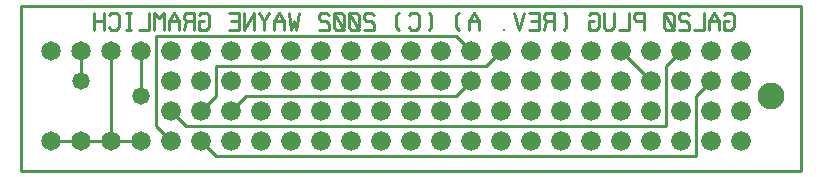
<source format=gbl>
%MOIN*%
%FSLAX25Y25*%
G04 D10 used for Character Trace; *
G04     Circle (OD=.01000) (No hole)*
G04 D11 used for Power Trace; *
G04     Circle (OD=.06700) (No hole)*
G04 D12 used for Signal Trace; *
G04     Circle (OD=.01100) (No hole)*
G04 D13 used for Via; *
G04     Circle (OD=.05800) (Round. Hole ID=.02800)*
G04 D14 used for Component hole; *
G04     Circle (OD=.06500) (Round. Hole ID=.03500)*
G04 D15 used for Component hole; *
G04     Circle (OD=.06600) (Round. Hole ID=.04200)*
G04 D16 used for Component hole; *
G04     Circle (OD=.08200) (Round. Hole ID=.05200)*
G04 D17 used for Component hole; *
G04     Circle (OD=.08950) (Round. Hole ID=.05950)*
G04 D18 used for Component hole; *
G04     Circle (OD=.11600) (Round. Hole ID=.08600)*
G04 D19 used for Component hole; *
G04     Circle (OD=.15500) (Round. Hole ID=.12500)*
G04 D20 used for Component hole; *
G04     Circle (OD=.18200) (Round. Hole ID=.15200)*
G04 D21 used for Component hole; *
G04     Circle (OD=.24300) (Round. Hole ID=.21300)*
%ADD10C,.01000*%
%ADD11C,.06700*%
%ADD12C,.01100*%
%ADD13C,.05800*%
%ADD14C,.06500*%
%ADD15C,.06600*%
%ADD16C,.08200*%
%ADD17C,.08950*%
%ADD18C,.11600*%
%ADD19C,.15500*%
%ADD20C,.18200*%
%ADD21C,.24300*%
%IPPOS*%
%LPD*%
G90*X0Y0D02*D14*X10000Y10000D03*D12*X20000D01*D14*
D03*D12*X30000D01*D14*D03*D12*X40000D01*D14*D03*  
D12*X50000D02*X45000Y15000D01*D15*X50000Y10000D03*
D12*X55000Y15000D02*X215000D01*Y35000D01*         
X220000Y40000D01*D15*D03*X230000Y30000D03*D12*    
X225000Y25000D01*Y5000D01*X65000D01*              
X60000Y10000D01*D15*D03*D12*X55000Y15000D02*      
X50000Y20000D01*D15*D03*D12*X45000Y15000D02*      
Y45000D01*X145000D01*X150000Y40000D01*D15*D03*D12*
X65000Y35000D02*X155000D01*X65000Y25000D02*       
Y35000D01*X60000Y20000D02*X65000Y25000D01*D15*    
X60000Y20000D03*X70000Y10000D03*Y30000D03*        
X50000D03*X70000Y20000D03*D12*X75000Y25000D01*    
X145000D01*X150000Y30000D01*D15*D03*D12*          
X155000Y35000D02*X160000Y40000D01*D15*D03*        
X170000Y30000D03*Y40000D03*X160000Y30000D03*      
X180000Y20000D03*X140000D03*X180000Y30000D03*     
X150000Y20000D03*X180000Y40000D03*X140000D03*     
X160000Y20000D03*X140000Y30000D03*                
X170000Y20000D03*X190000Y10000D03*X130000D03*     
X190000Y20000D03*X140000Y10000D03*                
X190000Y30000D03*X150000Y10000D03*                
X190000Y40000D03*X130000D03*X160000Y10000D03*     
X130000Y30000D03*X170000Y10000D03*                
X130000Y20000D03*X180000Y10000D03*X200000D03*     
Y20000D03*Y30000D03*Y40000D03*D12*                
X210000Y30000D01*D15*D03*X220000Y20000D03*        
Y30000D03*X210000Y40000D03*Y20000D03*             
X230000Y10000D03*Y20000D03*X210000Y10000D03*      
X230000Y40000D03*X220000Y10000D03*X240000D03*     
Y20000D03*Y30000D03*Y40000D03*D17*                
X250000Y25000D03*D12*X0Y0D02*X260000D01*X0D02*    
Y55000D01*X260000D01*Y0D01*D15*X120000Y40000D03*  
Y30000D03*Y20000D03*Y10000D03*X110000Y40000D03*   
Y30000D03*Y20000D03*Y10000D03*X100000Y40000D03*   
Y30000D03*Y20000D03*Y10000D03*X90000Y40000D03*    
Y30000D03*Y20000D03*Y10000D03*X80000Y40000D03*    
Y30000D03*Y20000D03*Y10000D03*X70000Y40000D03*    
X60000D03*Y30000D03*X50000Y40000D03*D14*X40000D03*
D12*Y25000D01*D13*D03*D12*X30000Y10000D02*        
Y40000D01*D14*D03*D13*X20000Y30000D03*D12*        
Y40000D01*D14*D03*D10*X234163Y48086D02*           
X235000Y47129D01*X236674D01*X237511Y48086D01*     
Y51914D01*X236674Y52871D01*X235000D01*            
X234163Y51914D01*X235837Y50000D02*X234163D01*     
Y47129D01*X232511D02*Y50000D01*X230837Y52871D01*  
X229163Y50000D01*Y47129D01*X232511Y50000D02*      
X229163D01*X227511Y52871D02*Y47129D01*X224163D01* 
X222511Y51914D02*X221674Y52871D01*X220000D01*     
X219163Y51914D01*Y50957D01*X220000Y50000D01*      
X221674D01*X222511Y49043D01*Y47129D01*X219163D01* 
X214163Y48086D02*X215000Y47129D01*X216674D01*     
X217511Y48086D01*Y51914D01*X216674Y52871D01*      
X215000D01*X214163Y51914D01*Y48086D01*            
X217511Y47129D02*X214163Y52871D01*                
X207511Y47129D02*Y52871D01*X205000D01*            
X204163Y51914D01*Y50957D01*X205000Y50000D01*      
X207511D01*X202511Y52871D02*Y47129D01*X199163D01* 
X194163Y52871D02*Y48086D01*X195000Y47129D01*      
X196674D01*X197511Y48086D01*Y52871D01*            
X189163Y48086D02*X190000Y47129D01*X191674D01*     
X192511Y48086D01*Y51914D01*X191674Y52871D01*      
X190000D01*X189163Y51914D01*X190837Y50000D02*     
X189163D01*Y47129D01*X180837Y52871D02*            
X181674Y51914D01*Y48086D01*X180837Y47129D01*      
X177511D02*Y52871D01*X175000D01*X174163Y51914D01* 
Y50957D01*X175000Y50000D01*X177511D01*X175000D02* 
X174163Y47129D01*X169163D02*X172511D01*Y52871D01* 
X169163D01*X172511Y50000D02*X170000D01*           
X167511Y52871D02*X165837Y47129D01*                
X164163Y52871D01*X160837Y47129D03*X152511D02*     
Y50000D01*X150837Y52871D01*X149163Y50000D01*      
Y47129D01*X152511Y50000D02*X149163D01*            
X145837Y52871D02*X145000Y51914D01*Y48086D01*      
X145837Y47129D01*X135837Y52871D02*                
X136674Y51914D01*Y48086D01*X135837Y47129D01*      
X129163Y48086D02*X130000Y47129D01*X131674D01*     
X132511Y48086D01*Y51914D01*X131674Y52871D01*      
X130000D01*X129163Y51914D01*X125837Y52871D02*     
X125000Y51914D01*Y48086D01*X125837Y47129D01*      
X117511Y51914D02*X116674Y52871D01*X115000D01*     
X114163Y51914D01*Y50957D01*X115000Y50000D01*      
X116674D01*X117511Y49043D01*Y47129D01*X114163D01* 
X109163Y48086D02*X110000Y47129D01*X111674D01*     
X112511Y48086D01*Y51914D01*X111674Y52871D01*      
X110000D01*X109163Y51914D01*Y48086D01*            
X112511Y47129D02*X109163Y52871D01*                
X104163Y48086D02*X105000Y47129D01*X106674D01*     
X107511Y48086D01*Y51914D01*X106674Y52871D01*      
X105000D01*X104163Y51914D01*Y48086D01*            
X107511Y47129D02*X104163Y52871D01*                
X102511Y51914D02*X101674Y52871D01*X100000D01*     
X99163Y51914D01*Y50957D01*X100000Y50000D01*       
X101674D01*X102511Y49043D01*Y47129D01*X99163D01*  
X92511Y52871D02*X91674Y47129D01*X90837Y50000D01*  
X90000Y47129D01*X89163Y52871D01*X87511Y47129D02*  
Y50000D01*X85837Y52871D01*X84163Y50000D01*        
Y47129D01*X87511Y50000D02*X84163D01*              
X82511Y52871D02*X80837Y50000D01*X79163Y52871D01*  
X80837Y50000D02*Y47129D01*X77511D02*Y52871D01*    
X74163Y47129D01*Y52871D01*X69163Y47129D02*        
X72511D01*Y52871D01*X69163D01*X72511Y50000D02*    
X70000D01*X59163Y48086D02*X60000Y47129D01*        
X61674D01*X62511Y48086D01*Y51914D01*              
X61674Y52871D01*X60000D01*X59163Y51914D01*        
X60837Y50000D02*X59163D01*Y47129D01*X57511D02*    
Y52871D01*X55000D01*X54163Y51914D01*Y50957D01*    
X55000Y50000D01*X57511D01*X55000D02*              
X54163Y47129D01*X52511D02*Y50000D01*              
X50837Y52871D01*X49163Y50000D01*Y47129D01*        
X52511Y50000D02*X49163D01*X47511Y47129D02*        
Y52871D01*X45837Y50957D01*X44163Y52871D01*        
Y47129D01*X42511Y52871D02*Y47129D01*X39163D01*    
X35837D02*Y52871D01*X36674Y47129D02*X35000D01*    
X36674Y52871D02*X35000D01*X29163Y48086D02*        
X30000Y47129D01*X31674D01*X32511Y48086D01*        
Y51914D01*X31674Y52871D01*X30000D01*              
X29163Y51914D01*X27511Y47129D02*Y52871D01*        
X24163Y47129D02*Y52871D01*X27511Y50000D02*        
X24163D01*D14*X10000Y40000D03*M02*                

</source>
